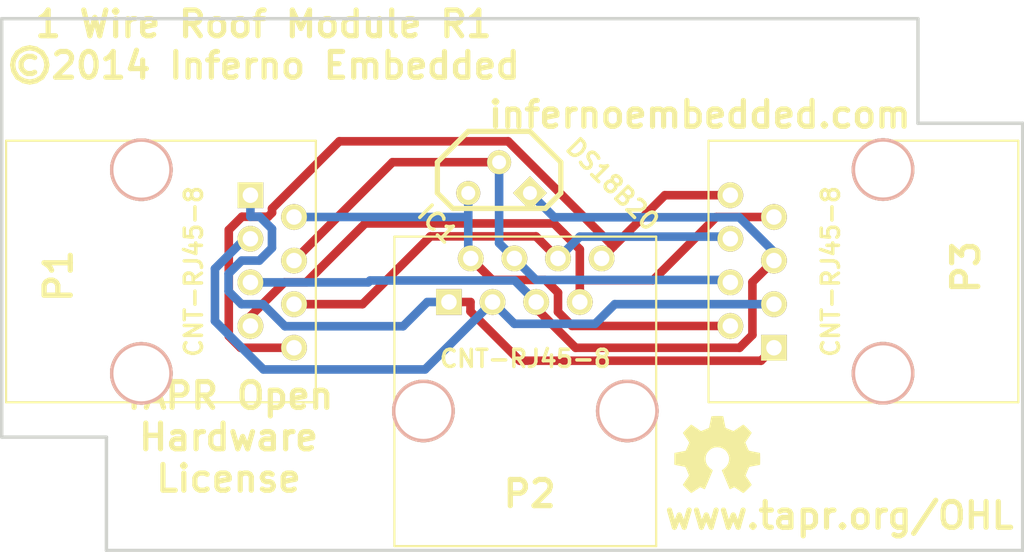
<source format=kicad_pcb>
(kicad_pcb (version 3) (host pcbnew "(2013-07-07 BZR 4022)-stable")

  (general
    (links 19)
    (no_connects 0)
    (area 86.767999 123.343999 146.404001 154.532001)
    (thickness 1.6)
    (drawings 12)
    (tracks 91)
    (zones 0)
    (modules 5)
    (nets 9)
  )

  (page A3)
  (layers
    (15 F.Cu signal)
    (0 B.Cu signal)
    (16 B.Adhes user)
    (17 F.Adhes user)
    (18 B.Paste user)
    (19 F.Paste user)
    (20 B.SilkS user)
    (21 F.SilkS user)
    (22 B.Mask user)
    (23 F.Mask user)
    (24 Dwgs.User user)
    (25 Cmts.User user)
    (26 Eco1.User user)
    (27 Eco2.User user)
    (28 Edge.Cuts user)
  )

  (setup
    (last_trace_width 0.5)
    (trace_clearance 0.254)
    (zone_clearance 0.508)
    (zone_45_only no)
    (trace_min 0.254)
    (segment_width 0.2)
    (edge_width 0.2)
    (via_size 0.889)
    (via_drill 0.635)
    (via_min_size 0.889)
    (via_min_drill 0.508)
    (uvia_size 0.508)
    (uvia_drill 0.127)
    (uvias_allowed no)
    (uvia_min_size 0.508)
    (uvia_min_drill 0.127)
    (pcb_text_width 0.3)
    (pcb_text_size 1.5 1.5)
    (mod_edge_width 0.15)
    (mod_text_size 1 1)
    (mod_text_width 0.15)
    (pad_size 1.5 1.5)
    (pad_drill 0.6)
    (pad_to_mask_clearance 0)
    (aux_axis_origin 0 0)
    (visible_elements 7FFFFFFF)
    (pcbplotparams
      (layerselection 284196865)
      (usegerberextensions true)
      (excludeedgelayer true)
      (linewidth 0.150000)
      (plotframeref false)
      (viasonmask false)
      (mode 1)
      (useauxorigin false)
      (hpglpennumber 1)
      (hpglpenspeed 20)
      (hpglpendiameter 15)
      (hpglpenoverlay 2)
      (psnegative false)
      (psa4output false)
      (plotreference true)
      (plotvalue true)
      (plotothertext true)
      (plotinvisibletext false)
      (padsonsilk false)
      (subtractmaskfromsilk false)
      (outputformat 1)
      (mirror false)
      (drillshape 0)
      (scaleselection 1)
      (outputdirectory gerbers/))
  )

  (net 0 "")
  (net 1 N-000001)
  (net 2 N-0000010)
  (net 3 N-0000011)
  (net 4 N-0000012)
  (net 5 N-0000013)
  (net 6 N-0000014)
  (net 7 N-000008)
  (net 8 N-000009)

  (net_class Default "This is the default net class."
    (clearance 0.254)
    (trace_width 0.5)
    (via_dia 0.889)
    (via_drill 0.635)
    (uvia_dia 0.508)
    (uvia_drill 0.127)
    (add_net "")
    (add_net N-000001)
    (add_net N-0000010)
    (add_net N-0000011)
    (add_net N-0000012)
    (add_net N-0000013)
    (add_net N-0000014)
    (add_net N-000008)
    (add_net N-000009)
  )

  (module TO92   placed (layer F.Cu) (tedit 5344787E) (tstamp 533D3C25)
    (at 115.824 133.604 315)
    (descr "Transistor TO92 brochage type BC237")
    (tags "TR TO92")
    (path /533D3BB9)
    (fp_text reference IC1 (at -1.27 3.81 315) (layer F.SilkS)
      (effects (font (size 1.016 1.016) (thickness 0.2032)))
    )
    (fp_text value DS18B20 (at 4.310523 -5.028943 315) (layer F.SilkS)
      (effects (font (size 1.016 1.016) (thickness 0.2032)))
    )
    (fp_line (start -1.27 2.54) (end 2.54 -1.27) (layer F.SilkS) (width 0.3048))
    (fp_line (start 2.54 -1.27) (end 2.54 -2.54) (layer F.SilkS) (width 0.3048))
    (fp_line (start 2.54 -2.54) (end 1.27 -3.81) (layer F.SilkS) (width 0.3048))
    (fp_line (start 1.27 -3.81) (end -1.27 -3.81) (layer F.SilkS) (width 0.3048))
    (fp_line (start -1.27 -3.81) (end -3.81 -1.27) (layer F.SilkS) (width 0.3048))
    (fp_line (start -3.81 -1.27) (end -3.81 1.27) (layer F.SilkS) (width 0.3048))
    (fp_line (start -3.81 1.27) (end -2.54 2.54) (layer F.SilkS) (width 0.3048))
    (fp_line (start -2.54 2.54) (end -1.27 2.54) (layer F.SilkS) (width 0.3048))
    (pad 1 thru_hole rect (at 1.27 -1.27 315) (size 1.397 1.397) (drill 0.8128)
      (layers *.Cu *.Mask F.SilkS)
      (net 3 N-0000011)
    )
    (pad 2 thru_hole circle (at -1.27 -1.27 315) (size 1.397 1.397) (drill 0.8128)
      (layers *.Cu *.Mask F.SilkS)
      (net 5 N-0000013)
    )
    (pad 3 thru_hole circle (at -1.27 1.27 315) (size 1.397 1.397) (drill 0.8128)
      (layers *.Cu *.Mask F.SilkS)
      (net 6 N-0000014)
    )
    (model discret/to98.wrl
      (at (xyz 0 0 0))
      (scale (xyz 1 1 1))
      (rotate (xyz 0 0 0))
    )
  )

  (module RJ45_8 (layer F.Cu) (tedit 53447581) (tstamp 533D43F0)
    (at 94.996 138.176 270)
    (tags RJ45)
    (path /533D436B)
    (fp_text reference P1 (at 0.254 4.826 270) (layer F.SilkS)
      (effects (font (size 1.524 1.524) (thickness 0.3048)))
    )
    (fp_text value CNT-RJ45-8 (at 0 -3.048 270) (layer F.SilkS)
      (effects (font (size 1.00076 1.00076) (thickness 0.2032)))
    )
    (fp_line (start -7.62 7.874) (end 7.62 7.874) (layer F.SilkS) (width 0.127))
    (fp_line (start 7.62 7.874) (end 7.62 -10.16) (layer F.SilkS) (width 0.127))
    (fp_line (start 7.62 -10.16) (end -7.62 -10.16) (layer F.SilkS) (width 0.127))
    (fp_line (start -7.62 -10.16) (end -7.62 7.874) (layer F.SilkS) (width 0.127))
    (pad Hole np_thru_hole circle (at 5.93852 0 270) (size 3.64998 3.64998) (drill 3.2512)
      (layers *.Cu *.SilkS *.Mask)
    )
    (pad Hole np_thru_hole circle (at -5.9309 0 270) (size 3.64998 3.64998) (drill 3.2512)
      (layers *.Cu *.SilkS *.Mask)
    )
    (pad 1 thru_hole rect (at -4.445 -6.35 270) (size 1.50114 1.50114) (drill 0.89916)
      (layers *.Cu *.Mask F.SilkS)
      (net 1 N-000001)
    )
    (pad 2 thru_hole circle (at -3.175 -8.89 270) (size 1.50114 1.50114) (drill 0.89916)
      (layers *.Cu *.Mask F.SilkS)
      (net 6 N-0000014)
    )
    (pad 3 thru_hole circle (at -1.905 -6.35 270) (size 1.50114 1.50114) (drill 0.89916)
      (layers *.Cu *.Mask F.SilkS)
      (net 4 N-0000012)
    )
    (pad 4 thru_hole circle (at -0.635 -8.89 270) (size 1.50114 1.50114) (drill 0.89916)
      (layers *.Cu *.Mask F.SilkS)
      (net 5 N-0000013)
    )
    (pad 5 thru_hole circle (at 0.635 -6.35 270) (size 1.50114 1.50114) (drill 0.89916)
      (layers *.Cu *.Mask F.SilkS)
      (net 3 N-0000011)
    )
    (pad 6 thru_hole circle (at 1.905 -8.89 270) (size 1.50114 1.50114) (drill 0.89916)
      (layers *.Cu *.Mask F.SilkS)
      (net 2 N-0000010)
    )
    (pad 7 thru_hole circle (at 3.175 -6.35 270) (size 1.50114 1.50114) (drill 0.89916)
      (layers *.Cu *.Mask F.SilkS)
      (net 8 N-000009)
    )
    (pad 8 thru_hole circle (at 4.445 -8.89 270) (size 1.50114 1.50114) (drill 0.89916)
      (layers *.Cu *.Mask F.SilkS)
      (net 7 N-000008)
    )
    (model connectors/RJ45_8.wrl
      (at (xyz 0 0 0))
      (scale (xyz 0.4 0.4 0.4))
      (rotate (xyz 0 0 0))
    )
  )

  (module RJ45_8 (layer F.Cu) (tedit 5344757A) (tstamp 533D4402)
    (at 117.348 146.304)
    (tags RJ45)
    (path /533D4378)
    (fp_text reference P2 (at 0.254 4.826) (layer F.SilkS)
      (effects (font (size 1.524 1.524) (thickness 0.3048)))
    )
    (fp_text value CNT-RJ45-8 (at 0 -3.048) (layer F.SilkS)
      (effects (font (size 1.00076 1.00076) (thickness 0.2032)))
    )
    (fp_line (start -7.62 7.874) (end 7.62 7.874) (layer F.SilkS) (width 0.127))
    (fp_line (start 7.62 7.874) (end 7.62 -10.16) (layer F.SilkS) (width 0.127))
    (fp_line (start 7.62 -10.16) (end -7.62 -10.16) (layer F.SilkS) (width 0.127))
    (fp_line (start -7.62 -10.16) (end -7.62 7.874) (layer F.SilkS) (width 0.127))
    (pad Hole np_thru_hole circle (at 5.93852 0) (size 3.64998 3.64998) (drill 3.2512)
      (layers *.Cu *.SilkS *.Mask)
    )
    (pad Hole np_thru_hole circle (at -5.9309 0) (size 3.64998 3.64998) (drill 3.2512)
      (layers *.Cu *.SilkS *.Mask)
    )
    (pad 1 thru_hole rect (at -4.445 -6.35) (size 1.50114 1.50114) (drill 0.89916)
      (layers *.Cu *.Mask F.SilkS)
      (net 1 N-000001)
    )
    (pad 2 thru_hole circle (at -3.175 -8.89) (size 1.50114 1.50114) (drill 0.89916)
      (layers *.Cu *.Mask F.SilkS)
      (net 6 N-0000014)
    )
    (pad 3 thru_hole circle (at -1.905 -6.35) (size 1.50114 1.50114) (drill 0.89916)
      (layers *.Cu *.Mask F.SilkS)
      (net 4 N-0000012)
    )
    (pad 4 thru_hole circle (at -0.635 -8.89) (size 1.50114 1.50114) (drill 0.89916)
      (layers *.Cu *.Mask F.SilkS)
      (net 5 N-0000013)
    )
    (pad 5 thru_hole circle (at 0.635 -6.35) (size 1.50114 1.50114) (drill 0.89916)
      (layers *.Cu *.Mask F.SilkS)
      (net 3 N-0000011)
    )
    (pad 6 thru_hole circle (at 1.905 -8.89) (size 1.50114 1.50114) (drill 0.89916)
      (layers *.Cu *.Mask F.SilkS)
      (net 2 N-0000010)
    )
    (pad 7 thru_hole circle (at 3.175 -6.35) (size 1.50114 1.50114) (drill 0.89916)
      (layers *.Cu *.Mask F.SilkS)
      (net 8 N-000009)
    )
    (pad 8 thru_hole circle (at 4.445 -8.89) (size 1.50114 1.50114) (drill 0.89916)
      (layers *.Cu *.Mask F.SilkS)
      (net 7 N-000008)
    )
    (model connectors/RJ45_8.wrl
      (at (xyz 0 0 0))
      (scale (xyz 0.4 0.4 0.4))
      (rotate (xyz 0 0 0))
    )
  )

  (module RJ45_8 (layer F.Cu) (tedit 5344756F) (tstamp 533D4414)
    (at 138.176 138.176 90)
    (tags RJ45)
    (path /533D437E)
    (fp_text reference P3 (at 0.254 4.826 90) (layer F.SilkS)
      (effects (font (size 1.524 1.524) (thickness 0.3048)))
    )
    (fp_text value CNT-RJ45-8 (at 0 -3.048 90) (layer F.SilkS)
      (effects (font (size 1.00076 1.00076) (thickness 0.2032)))
    )
    (fp_line (start -7.62 7.874) (end 7.62 7.874) (layer F.SilkS) (width 0.127))
    (fp_line (start 7.62 7.874) (end 7.62 -10.16) (layer F.SilkS) (width 0.127))
    (fp_line (start 7.62 -10.16) (end -7.62 -10.16) (layer F.SilkS) (width 0.127))
    (fp_line (start -7.62 -10.16) (end -7.62 7.874) (layer F.SilkS) (width 0.127))
    (pad Hole np_thru_hole circle (at 5.93852 0 90) (size 3.64998 3.64998) (drill 3.2512)
      (layers *.Cu *.SilkS *.Mask)
    )
    (pad Hole np_thru_hole circle (at -5.9309 0 90) (size 3.64998 3.64998) (drill 3.2512)
      (layers *.Cu *.SilkS *.Mask)
    )
    (pad 1 thru_hole rect (at -4.445 -6.35 90) (size 1.50114 1.50114) (drill 0.89916)
      (layers *.Cu *.Mask F.SilkS)
      (net 1 N-000001)
    )
    (pad 2 thru_hole circle (at -3.175 -8.89 90) (size 1.50114 1.50114) (drill 0.89916)
      (layers *.Cu *.Mask F.SilkS)
      (net 6 N-0000014)
    )
    (pad 3 thru_hole circle (at -1.905 -6.35 90) (size 1.50114 1.50114) (drill 0.89916)
      (layers *.Cu *.Mask F.SilkS)
      (net 4 N-0000012)
    )
    (pad 4 thru_hole circle (at -0.635 -8.89 90) (size 1.50114 1.50114) (drill 0.89916)
      (layers *.Cu *.Mask F.SilkS)
      (net 5 N-0000013)
    )
    (pad 5 thru_hole circle (at 0.635 -6.35 90) (size 1.50114 1.50114) (drill 0.89916)
      (layers *.Cu *.Mask F.SilkS)
      (net 3 N-0000011)
    )
    (pad 6 thru_hole circle (at 1.905 -8.89 90) (size 1.50114 1.50114) (drill 0.89916)
      (layers *.Cu *.Mask F.SilkS)
      (net 2 N-0000010)
    )
    (pad 7 thru_hole circle (at 3.175 -6.35 90) (size 1.50114 1.50114) (drill 0.89916)
      (layers *.Cu *.Mask F.SilkS)
      (net 8 N-000009)
    )
    (pad 8 thru_hole circle (at 4.445 -8.89 90) (size 1.50114 1.50114) (drill 0.89916)
      (layers *.Cu *.Mask F.SilkS)
      (net 7 N-000008)
    )
    (model connectors/RJ45_8.wrl
      (at (xyz 0 0 0))
      (scale (xyz 0.4 0.4 0.4))
      (rotate (xyz 0 0 0))
    )
  )

  (module OSHW-logo_silkscreen-front_5mm (layer F.Cu) (tedit 0) (tstamp 53447BF8)
    (at 128.524 148.844)
    (fp_text reference G*** (at 0 2.65176) (layer F.SilkS) hide
      (effects (font (size 0.22606 0.22606) (thickness 0.04318)))
    )
    (fp_text value OSHW-logo_silkscreen-front_5mm (at 0 -2.65176) (layer F.SilkS) hide
      (effects (font (size 0.22606 0.22606) (thickness 0.04318)))
    )
    (fp_poly (pts (xy -1.51384 2.24536) (xy -1.48844 2.23012) (xy -1.43002 2.19456) (xy -1.3462 2.13868)
      (xy -1.24714 2.07264) (xy -1.14808 2.0066) (xy -1.0668 1.95326) (xy -1.01092 1.91516)
      (xy -0.98552 1.90246) (xy -0.97282 1.90754) (xy -0.9271 1.9304) (xy -0.85852 1.96596)
      (xy -0.81788 1.98628) (xy -0.75692 2.01168) (xy -0.7239 2.0193) (xy -0.71882 2.00914)
      (xy -0.69596 1.96088) (xy -0.6604 1.8796) (xy -0.61468 1.77038) (xy -0.5588 1.64338)
      (xy -0.50292 1.50876) (xy -0.4445 1.36906) (xy -0.38862 1.23444) (xy -0.34036 1.11506)
      (xy -0.29972 1.01854) (xy -0.27432 0.94996) (xy -0.26416 0.92202) (xy -0.2667 0.9144)
      (xy -0.29972 0.88392) (xy -0.35306 0.84328) (xy -0.47244 0.74676) (xy -0.58928 0.60198)
      (xy -0.6604 0.43688) (xy -0.68326 0.25146) (xy -0.66294 0.08128) (xy -0.5969 -0.08128)
      (xy -0.4826 -0.2286) (xy -0.3429 -0.33782) (xy -0.18034 -0.4064) (xy 0 -0.42926)
      (xy 0.17272 -0.40894) (xy 0.34036 -0.3429) (xy 0.48768 -0.23114) (xy 0.55118 -0.16002)
      (xy 0.63754 -0.01016) (xy 0.6858 0.14732) (xy 0.69088 0.18796) (xy 0.68326 0.36322)
      (xy 0.63246 0.5334) (xy 0.53848 0.68326) (xy 0.40894 0.80772) (xy 0.3937 0.81788)
      (xy 0.33528 0.8636) (xy 0.29464 0.89408) (xy 0.26416 0.91948) (xy 0.48768 1.45796)
      (xy 0.52324 1.54178) (xy 0.5842 1.6891) (xy 0.63754 1.8161) (xy 0.68072 1.9177)
      (xy 0.7112 1.98374) (xy 0.7239 2.01168) (xy 0.7239 2.01422) (xy 0.74422 2.01676)
      (xy 0.78486 2.00152) (xy 0.86106 1.96596) (xy 0.90932 1.94056) (xy 0.96774 1.91262)
      (xy 0.99314 1.90246) (xy 1.016 1.91516) (xy 1.06934 1.95072) (xy 1.15062 2.00406)
      (xy 1.24714 2.06756) (xy 1.33858 2.13106) (xy 1.4224 2.18694) (xy 1.48336 2.22504)
      (xy 1.51384 2.24282) (xy 1.51892 2.24282) (xy 1.54432 2.22758) (xy 1.59258 2.18694)
      (xy 1.66624 2.11836) (xy 1.77038 2.01422) (xy 1.78562 1.99898) (xy 1.87198 1.91262)
      (xy 1.94056 1.83896) (xy 1.98628 1.78816) (xy 2.00406 1.7653) (xy 2.00406 1.7653)
      (xy 1.98882 1.73482) (xy 1.95072 1.67386) (xy 1.89484 1.5875) (xy 1.82626 1.48844)
      (xy 1.64846 1.22936) (xy 1.74498 0.98552) (xy 1.77546 0.90932) (xy 1.81356 0.82042)
      (xy 1.8415 0.75438) (xy 1.85674 0.72644) (xy 1.88214 0.71628) (xy 1.95072 0.70104)
      (xy 2.04724 0.68072) (xy 2.16154 0.6604) (xy 2.2733 0.64008) (xy 2.37236 0.61976)
      (xy 2.44348 0.60706) (xy 2.4765 0.59944) (xy 2.48412 0.59436) (xy 2.49174 0.57912)
      (xy 2.49428 0.5461) (xy 2.49682 0.48514) (xy 2.49936 0.39116) (xy 2.49936 0.25146)
      (xy 2.49936 0.23622) (xy 2.49682 0.10668) (xy 2.49428 0) (xy 2.49174 -0.06604)
      (xy 2.48666 -0.09398) (xy 2.48666 -0.09398) (xy 2.45618 -0.1016) (xy 2.38506 -0.11684)
      (xy 2.286 -0.13462) (xy 2.16662 -0.15748) (xy 2.159 -0.16002) (xy 2.04216 -0.18288)
      (xy 1.9431 -0.2032) (xy 1.87198 -0.21844) (xy 1.84404 -0.2286) (xy 1.83642 -0.23622)
      (xy 1.81356 -0.28194) (xy 1.78054 -0.3556) (xy 1.7399 -0.4445) (xy 1.7018 -0.53848)
      (xy 1.66878 -0.6223) (xy 1.64592 -0.68326) (xy 1.6383 -0.7112) (xy 1.64084 -0.71374)
      (xy 1.65862 -0.74168) (xy 1.69926 -0.80264) (xy 1.75514 -0.88646) (xy 1.82372 -0.98806)
      (xy 1.8288 -0.99568) (xy 1.89738 -1.09474) (xy 1.95326 -1.1811) (xy 1.98882 -1.23952)
      (xy 2.00406 -1.26746) (xy 2.00406 -1.27) (xy 1.9812 -1.30048) (xy 1.9304 -1.35636)
      (xy 1.85674 -1.43256) (xy 1.77038 -1.52146) (xy 1.74244 -1.54686) (xy 1.64338 -1.64338)
      (xy 1.57734 -1.70434) (xy 1.53416 -1.73736) (xy 1.51384 -1.74498) (xy 1.51384 -1.74498)
      (xy 1.48336 -1.7272) (xy 1.41986 -1.68656) (xy 1.33604 -1.62814) (xy 1.23444 -1.55956)
      (xy 1.22682 -1.55448) (xy 1.12776 -1.4859) (xy 1.04394 -1.43002) (xy 0.98552 -1.38938)
      (xy 0.95758 -1.37414) (xy 0.95504 -1.37414) (xy 0.9144 -1.38684) (xy 0.84328 -1.41224)
      (xy 0.75438 -1.44526) (xy 0.66294 -1.48336) (xy 0.57912 -1.51892) (xy 0.51562 -1.54686)
      (xy 0.48514 -1.56464) (xy 0.48514 -1.56464) (xy 0.47498 -1.6002) (xy 0.4572 -1.6764)
      (xy 0.43688 -1.778) (xy 0.41148 -1.89992) (xy 0.40894 -1.92024) (xy 0.38608 -2.03962)
      (xy 0.3683 -2.13868) (xy 0.35306 -2.20726) (xy 0.34544 -2.2352) (xy 0.3302 -2.23774)
      (xy 0.27178 -2.24282) (xy 0.18288 -2.24536) (xy 0.07366 -2.24536) (xy -0.0381 -2.24536)
      (xy -0.14732 -2.24282) (xy -0.2413 -2.24028) (xy -0.30988 -2.2352) (xy -0.33782 -2.23012)
      (xy -0.33782 -2.22758) (xy -0.34798 -2.18948) (xy -0.36576 -2.11582) (xy -0.38608 -2.01168)
      (xy -0.40894 -1.88976) (xy -0.41402 -1.8669) (xy -0.43688 -1.75006) (xy -0.4572 -1.651)
      (xy -0.4699 -1.58496) (xy -0.47752 -1.55702) (xy -0.49022 -1.55194) (xy -0.53848 -1.53162)
      (xy -0.61722 -1.4986) (xy -0.71628 -1.45796) (xy -0.94488 -1.36652) (xy -1.22682 -1.55702)
      (xy -1.25222 -1.5748) (xy -1.35382 -1.64338) (xy -1.4351 -1.69926) (xy -1.49352 -1.73736)
      (xy -1.51638 -1.75006) (xy -1.51892 -1.75006) (xy -1.54686 -1.72466) (xy -1.60274 -1.67132)
      (xy -1.67894 -1.59766) (xy -1.76784 -1.5113) (xy -1.83134 -1.44526) (xy -1.91008 -1.36652)
      (xy -1.95834 -1.31318) (xy -1.98628 -1.28016) (xy -1.9939 -1.25984) (xy -1.99136 -1.2446)
      (xy -1.97358 -1.21666) (xy -1.93294 -1.1557) (xy -1.87452 -1.06934) (xy -1.80594 -0.97028)
      (xy -1.75006 -0.88646) (xy -1.6891 -0.79248) (xy -1.651 -0.72644) (xy -1.63576 -0.69342)
      (xy -1.64084 -0.68072) (xy -1.65862 -0.62484) (xy -1.69418 -0.54102) (xy -1.73482 -0.44196)
      (xy -1.83388 -0.22098) (xy -1.97866 -0.19304) (xy -2.06756 -0.17526) (xy -2.18948 -0.1524)
      (xy -2.30886 -0.12954) (xy -2.49174 -0.09398) (xy -2.49936 0.58166) (xy -2.47142 0.59436)
      (xy -2.44348 0.60198) (xy -2.3749 0.61722) (xy -2.27838 0.63754) (xy -2.16154 0.65786)
      (xy -2.06502 0.67564) (xy -1.96596 0.69596) (xy -1.89484 0.70866) (xy -1.86436 0.71628)
      (xy -1.8542 0.72644) (xy -1.83134 0.7747) (xy -1.79578 0.8509) (xy -1.75514 0.94234)
      (xy -1.71704 1.03632) (xy -1.68148 1.12522) (xy -1.65862 1.19126) (xy -1.64846 1.22428)
      (xy -1.66116 1.25222) (xy -1.69926 1.31064) (xy -1.7526 1.39192) (xy -1.82118 1.49098)
      (xy -1.88722 1.5875) (xy -1.94564 1.67132) (xy -1.98374 1.73228) (xy -2.00152 1.76022)
      (xy -1.99136 1.778) (xy -1.95326 1.82626) (xy -1.8796 1.90246) (xy -1.76784 2.01168)
      (xy -1.75006 2.02946) (xy -1.6637 2.11328) (xy -1.59004 2.18186) (xy -1.5367 2.22758)
      (xy -1.51384 2.24536)) (layer F.SilkS) (width 0.00254))
  )

  (gr_text infernoembedded.com (at 127.508 129.032) (layer F.SilkS)
    (effects (font (size 1.5 1.5) (thickness 0.3)))
  )
  (gr_text "1 Wire Roof Module R1\n©2014 Inferno Embedded" (at 102.108 124.968) (layer F.SilkS)
    (effects (font (size 1.5 1.5) (thickness 0.3)))
  )
  (gr_text www.tapr.org/OHL (at 135.636 152.4) (layer F.SilkS)
    (effects (font (size 1.5 1.5) (thickness 0.3)))
  )
  (gr_text "TAPR Open\nHardware\nLicense" (at 100.076 147.828) (layer F.SilkS)
    (effects (font (size 1.5 1.5) (thickness 0.3)))
  )
  (gr_line (start 86.868 123.444) (end 86.868 147.828) (angle 90) (layer Edge.Cuts) (width 0.2))
  (gr_line (start 146.304 154.432) (end 92.964 154.432) (angle 90) (layer Edge.Cuts) (width 0.2))
  (gr_line (start 146.304 129.54) (end 146.304 154.432) (angle 90) (layer Edge.Cuts) (width 0.2))
  (gr_line (start 86.868 123.444) (end 140.208 123.444) (angle 90) (layer Edge.Cuts) (width 0.2))
  (gr_line (start 140.208 129.54) (end 146.304 129.54) (angle 90) (layer Edge.Cuts) (width 0.2))
  (gr_line (start 140.208 123.444) (end 140.208 129.54) (angle 90) (layer Edge.Cuts) (width 0.2))
  (gr_line (start 92.964 147.828) (end 86.868 147.828) (angle 90) (layer Edge.Cuts) (width 0.2))
  (gr_line (start 92.964 154.432) (end 92.964 147.828) (angle 90) (layer Edge.Cuts) (width 0.2))

  (segment (start 101.8951 134.9859) (end 101.346 134.9859) (width 0.5) (layer B.Cu) (net 1))
  (segment (start 102.6009 135.6917) (end 101.8951 134.9859) (width 0.5) (layer B.Cu) (net 1))
  (segment (start 102.6009 136.8044) (end 102.6009 135.6917) (width 0.5) (layer B.Cu) (net 1))
  (segment (start 101.8643 137.541) (end 102.6009 136.8044) (width 0.5) (layer B.Cu) (net 1))
  (segment (start 100.8366 137.541) (end 101.8643 137.541) (width 0.5) (layer B.Cu) (net 1))
  (segment (start 100.0757 138.3019) (end 100.8366 137.541) (width 0.5) (layer B.Cu) (net 1))
  (segment (start 100.0757 139.3321) (end 100.0757 138.3019) (width 0.5) (layer B.Cu) (net 1))
  (segment (start 100.8246 140.081) (end 100.0757 139.3321) (width 0.5) (layer B.Cu) (net 1))
  (segment (start 102.0728 140.081) (end 100.8246 140.081) (width 0.5) (layer B.Cu) (net 1))
  (segment (start 103.3578 141.366) (end 102.0728 140.081) (width 0.5) (layer B.Cu) (net 1))
  (segment (start 110.2361 141.366) (end 103.3578 141.366) (width 0.5) (layer B.Cu) (net 1))
  (segment (start 111.6481 139.954) (end 110.2361 141.366) (width 0.5) (layer B.Cu) (net 1))
  (segment (start 112.903 139.954) (end 111.6481 139.954) (width 0.5) (layer B.Cu) (net 1))
  (segment (start 101.346 133.731) (end 101.346 134.9859) (width 0.5) (layer B.Cu) (net 1))
  (segment (start 112.903 139.954) (end 114.1579 139.954) (width 0.5) (layer F.Cu) (net 1))
  (segment (start 131.0717 143.3753) (end 131.826 142.621) (width 0.5) (layer F.Cu) (net 1))
  (segment (start 117.0302 143.3753) (end 131.0717 143.3753) (width 0.5) (layer F.Cu) (net 1))
  (segment (start 114.1579 140.503) (end 117.0302 143.3753) (width 0.5) (layer F.Cu) (net 1))
  (segment (start 114.1579 139.954) (end 114.1579 140.503) (width 0.5) (layer F.Cu) (net 1))
  (segment (start 129.161 136.146) (end 129.286 136.271) (width 0.5) (layer B.Cu) (net 2))
  (segment (start 120.521 136.146) (end 129.161 136.146) (width 0.5) (layer B.Cu) (net 2))
  (segment (start 119.253 137.414) (end 120.521 136.146) (width 0.5) (layer B.Cu) (net 2))
  (segment (start 107.8715 140.081) (end 103.886 140.081) (width 0.5) (layer F.Cu) (net 2))
  (segment (start 111.823 136.1295) (end 107.8715 140.081) (width 0.5) (layer F.Cu) (net 2))
  (segment (start 117.9685 136.1295) (end 111.823 136.1295) (width 0.5) (layer F.Cu) (net 2))
  (segment (start 119.253 137.414) (end 117.9685 136.1295) (width 0.5) (layer F.Cu) (net 2))
  (segment (start 119.0321 135.016) (end 117.6201 133.604) (width 0.5) (layer B.Cu) (net 3))
  (segment (start 129.8059 135.016) (end 119.0321 135.016) (width 0.5) (layer B.Cu) (net 3))
  (segment (start 131.826 137.0361) (end 129.8059 135.016) (width 0.5) (layer B.Cu) (net 3))
  (segment (start 131.826 137.541) (end 131.826 137.0361) (width 0.5) (layer B.Cu) (net 3))
  (segment (start 117.983 140.3271) (end 117.983 139.954) (width 0.5) (layer F.Cu) (net 3))
  (segment (start 120.2769 142.621) (end 117.983 140.3271) (width 0.5) (layer F.Cu) (net 3))
  (segment (start 129.8227 142.621) (end 120.2769 142.621) (width 0.5) (layer F.Cu) (net 3))
  (segment (start 130.571 141.8727) (end 129.8227 142.621) (width 0.5) (layer F.Cu) (net 3))
  (segment (start 130.571 138.796) (end 130.571 141.8727) (width 0.5) (layer F.Cu) (net 3))
  (segment (start 131.826 137.541) (end 130.571 138.796) (width 0.5) (layer F.Cu) (net 3))
  (segment (start 108.2047 138.811) (end 101.346 138.811) (width 0.5) (layer B.Cu) (net 3))
  (segment (start 108.3167 138.699) (end 108.2047 138.811) (width 0.5) (layer B.Cu) (net 3))
  (segment (start 116.728 138.699) (end 108.3167 138.699) (width 0.5) (layer B.Cu) (net 3))
  (segment (start 117.983 139.954) (end 116.728 138.699) (width 0.5) (layer B.Cu) (net 3))
  (segment (start 101.024 136.271) (end 101.346 136.271) (width 0.5) (layer B.Cu) (net 4))
  (segment (start 99.2824 138.0126) (end 101.024 136.271) (width 0.5) (layer B.Cu) (net 4))
  (segment (start 99.2824 141.0623) (end 99.2824 138.0126) (width 0.5) (layer B.Cu) (net 4))
  (segment (start 102.1054 143.8853) (end 99.2824 141.0623) (width 0.5) (layer B.Cu) (net 4))
  (segment (start 111.5117 143.8853) (end 102.1054 143.8853) (width 0.5) (layer B.Cu) (net 4))
  (segment (start 115.443 139.954) (end 111.5117 143.8853) (width 0.5) (layer B.Cu) (net 4))
  (segment (start 116.712 141.223) (end 115.443 139.954) (width 0.5) (layer B.Cu) (net 4))
  (segment (start 121.4176 141.223) (end 116.712 141.223) (width 0.5) (layer B.Cu) (net 4))
  (segment (start 122.5596 140.081) (end 121.4176 141.223) (width 0.5) (layer B.Cu) (net 4))
  (segment (start 131.826 140.081) (end 122.5596 140.081) (width 0.5) (layer B.Cu) (net 4))
  (segment (start 117.9681 138.6691) (end 116.713 137.414) (width 0.5) (layer B.Cu) (net 5))
  (segment (start 129.1441 138.6691) (end 117.9681 138.6691) (width 0.5) (layer B.Cu) (net 5))
  (segment (start 129.286 138.811) (end 129.1441 138.6691) (width 0.5) (layer B.Cu) (net 5))
  (segment (start 115.824 136.525) (end 115.824 131.8079) (width 0.5) (layer B.Cu) (net 5))
  (segment (start 116.713 137.414) (end 115.824 136.525) (width 0.5) (layer B.Cu) (net 5))
  (segment (start 109.6191 131.8079) (end 103.886 137.541) (width 0.5) (layer F.Cu) (net 5))
  (segment (start 115.824 131.8079) (end 109.6191 131.8079) (width 0.5) (layer F.Cu) (net 5))
  (segment (start 114.0279 135.001) (end 103.886 135.001) (width 0.5) (layer B.Cu) (net 6))
  (segment (start 114.0279 137.2689) (end 114.0279 135.001) (width 0.5) (layer B.Cu) (net 6))
  (segment (start 114.173 137.414) (end 114.0279 137.2689) (width 0.5) (layer B.Cu) (net 6))
  (segment (start 114.0279 135.001) (end 114.0279 133.604) (width 0.5) (layer B.Cu) (net 6))
  (segment (start 115.4281 138.6691) (end 114.173 137.414) (width 0.5) (layer F.Cu) (net 6))
  (segment (start 118.5153 138.6691) (end 115.4281 138.6691) (width 0.5) (layer F.Cu) (net 6))
  (segment (start 119.253 139.4068) (end 118.5153 138.6691) (width 0.5) (layer F.Cu) (net 6))
  (segment (start 119.253 140.5302) (end 119.253 139.4068) (width 0.5) (layer F.Cu) (net 6))
  (segment (start 120.0738 141.351) (end 119.253 140.5302) (width 0.5) (layer F.Cu) (net 6))
  (segment (start 129.286 141.351) (end 120.0738 141.351) (width 0.5) (layer F.Cu) (net 6))
  (segment (start 100.7704 142.621) (end 103.886 142.621) (width 0.5) (layer F.Cu) (net 7))
  (segment (start 100.0863 141.9369) (end 100.7704 142.621) (width 0.5) (layer F.Cu) (net 7))
  (segment (start 100.0863 135.752) (end 100.0863 141.9369) (width 0.5) (layer F.Cu) (net 7))
  (segment (start 100.8523 134.986) (end 100.0863 135.752) (width 0.5) (layer F.Cu) (net 7))
  (segment (start 102.373 134.986) (end 100.8523 134.986) (width 0.5) (layer F.Cu) (net 7))
  (segment (start 102.6046 134.7544) (end 102.373 134.986) (width 0.5) (layer F.Cu) (net 7))
  (segment (start 102.6046 134.5076) (end 102.6046 134.7544) (width 0.5) (layer F.Cu) (net 7))
  (segment (start 106.5214 130.5908) (end 102.6046 134.5076) (width 0.5) (layer F.Cu) (net 7))
  (segment (start 116.3509 130.5908) (end 106.5214 130.5908) (width 0.5) (layer F.Cu) (net 7))
  (segment (start 122.4836 136.7234) (end 116.3509 130.5908) (width 0.5) (layer F.Cu) (net 7))
  (segment (start 125.476 133.731) (end 122.4836 136.7234) (width 0.5) (layer F.Cu) (net 7))
  (segment (start 129.286 133.731) (end 125.476 133.731) (width 0.5) (layer F.Cu) (net 7))
  (segment (start 122.4836 136.7234) (end 121.793 137.414) (width 0.5) (layer F.Cu) (net 7))
  (segment (start 120.523 139.954) (end 120.523 138.6844) (width 0.5) (layer F.Cu) (net 8))
  (segment (start 101.346 140.7837) (end 101.346 141.351) (width 0.5) (layer F.Cu) (net 8))
  (segment (start 103.3187 138.811) (end 101.346 140.7837) (width 0.5) (layer F.Cu) (net 8))
  (segment (start 104.5927 138.811) (end 103.3187 138.811) (width 0.5) (layer F.Cu) (net 8))
  (segment (start 108.0286 135.3751) (end 104.5927 138.811) (width 0.5) (layer F.Cu) (net 8))
  (segment (start 119.0118 135.3751) (end 108.0286 135.3751) (width 0.5) (layer F.Cu) (net 8))
  (segment (start 120.523 136.8863) (end 119.0118 135.3751) (width 0.5) (layer F.Cu) (net 8))
  (segment (start 120.523 138.6844) (end 120.523 136.8863) (width 0.5) (layer F.Cu) (net 8))
  (segment (start 128.4691 135.001) (end 131.826 135.001) (width 0.5) (layer F.Cu) (net 8))
  (segment (start 124.7857 138.6844) (end 128.4691 135.001) (width 0.5) (layer F.Cu) (net 8))
  (segment (start 120.523 138.6844) (end 124.7857 138.6844) (width 0.5) (layer F.Cu) (net 8))

)

</source>
